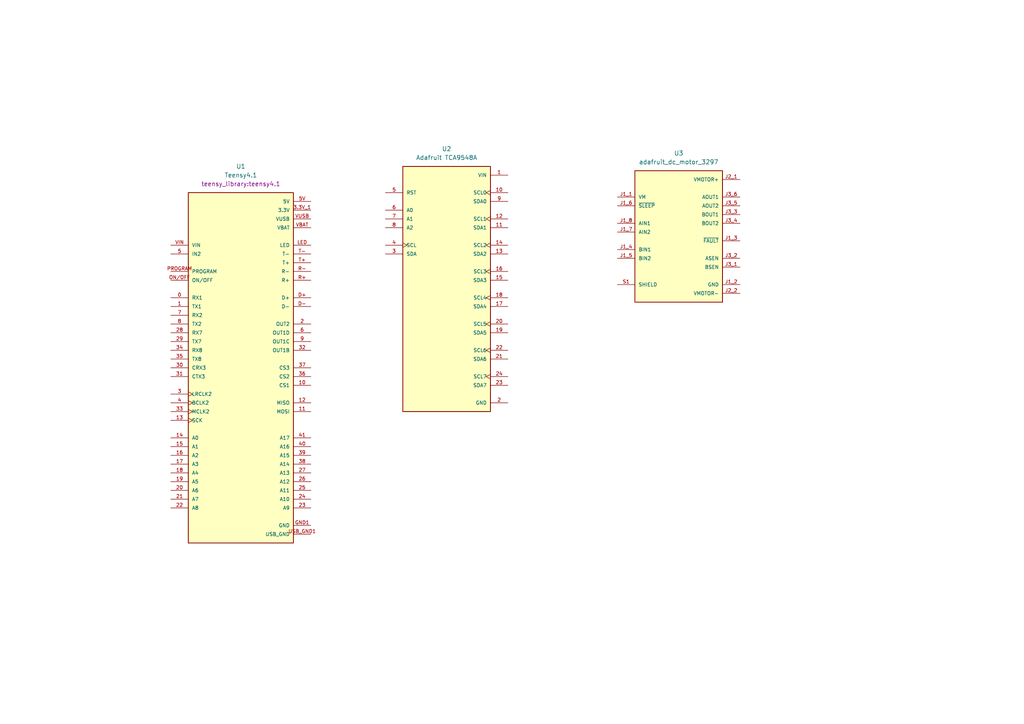
<source format=kicad_sch>
(kicad_sch (version 20250114) (generator "eeschema") (generator_version "9.0")
  (paper "A4")
  (lib_symbols
    (symbol "Interface_Expansion:Adafruit TCA9548A" (pin_names (offset 1.016))
      (property "Reference" "U" (at -12.7 36.322 0))
      (property "Value" "Adafruit TCA9548A" (at -12.7 -38.1 0))
      (symbol "Adafruit TCA9548A_0_0"
        (rectangle (start -12.7 35.56) (end 12.7 -35.56) (stroke (width 0.254)) (fill (type background)))
        (pin input line (at -17.78 27.94 0) (length 5.08) (name "RST") (number "5"))
        (pin input line (at -17.78 22.86 0) (length 5.08) (name "A0") (number "6"))
        (pin input line (at -17.78 20.32 0) (length 5.08) (name "A1") (number "7"))
        (pin input line (at -17.78 17.78 0) (length 5.08) (name "A2") (number "8"))
        (pin input clock (at -17.78 12.7 0) (length 5.08) (name "SCL") (number "4"))
        (pin bidirectional line (at -17.78 10.16 0) (length 5.08) (name "SDA") (number "3"))
        (pin power_in line (at 17.78 33.02 180) (length 5.08) (name "VIN") (number "1"))
        (pin output clock (at 17.78 27.94 180) (length 5.08) (name "SCL0") (number "10"))
        (pin bidirectional line (at 17.78 25.4 180) (length 5.08) (name "SDA0") (number "9"))
        (pin output clock (at 17.78 20.32 180) (length 5.08) (name "SCL1") (number "12"))
        (pin bidirectional line (at 17.78 17.78 180) (length 5.08) (name "SDA1") (number "11"))
        (pin output clock (at 17.78 12.7 180) (length 5.08) (name "SCL2") (number "14"))
        (pin bidirectional line (at 17.78 10.16 180) (length 5.08) (name "SDA2") (number "13"))
        (pin output clock (at 17.78 5.08 180) (length 5.08) (name "SCL3") (number "16"))
        (pin bidirectional line (at 17.78 2.54 180) (length 5.08) (name "SDA3") (number "15"))
        (pin output clock (at 17.78 -2.54 180) (length 5.08) (name "SCL4") (number "18"))
        (pin bidirectional line (at 17.78 -5.08 180) (length 5.08) (name "SDA4") (number "17"))
        (pin output clock (at 17.78 -10.16 180) (length 5.08) (name "SCL5") (number "20"))
        (pin bidirectional line (at 17.78 -12.7 180) (length 5.08) (name "SDA5") (number "19"))
        (pin output clock (at 17.78 -17.78 180) (length 5.08) (name "SCL6") (number "22"))
        (pin bidirectional line (at 17.78 -20.32 180) (length 5.08) (name "SDA6") (number "21"))
        (pin output clock (at 17.78 -25.4 180) (length 5.08) (name "SCL7") (number "24"))
        (pin bidirectional line (at 17.78 -27.94 180) (length 5.08) (name "SDA7") (number "23"))
        (pin power_in line (at 17.78 -33.02 180) (length 5.08) (name "GND") (number "2"))
      )
    )
    (symbol "Teensy:Teensy4.1" (pin_names (offset 1.016))
      (property "Reference" "U" (at -15.24 52.07 0))
      (property "Value" "Teensy4.1" (at -15.24 -53.34 0))
      (property "Footprint" "DEV-16771:MODULE_DEV-16771" (at 0 0 0))
      (symbol "Teensy4.1_0_0"
        (rectangle (start -15.24 50.8) (end 15.24 -50.8) (stroke (width 0.254)) (fill (type background)))
        (pin input line (at -20.32 35.56 0) (length 5.08) (name "VIN") (number "VIN"))
        (pin bidirectional line (at -20.32 33.02 0) (length 5.08) (name "IN2") (number "5"))
        (pin bidirectional line (at -20.32 27.94 0) (length 5.08) (name "PROGRAM") (number "PROGRAM"))
        (pin bidirectional line (at -20.32 25.4 0) (length 5.08) (name "ON/OFF") (number "ON/OFF"))
        (pin bidirectional line (at -20.32 20.32 0) (length 5.08) (name "RX1") (number "0"))
        (pin bidirectional line (at -20.32 17.78 0) (length 5.08) (name "TX1") (number "1"))
        (pin bidirectional line (at -20.32 15.24 0) (length 5.08) (name "RX2") (number "7"))
        (pin bidirectional line (at -20.32 12.7 0) (length 5.08) (name "TX2") (number "8"))
        (pin bidirectional line (at -20.32 10.16 0) (length 5.08) (name "RX7") (number "28"))
        (pin bidirectional line (at -20.32 7.62 0) (length 5.08) (name "TX7") (number "29"))
        (pin bidirectional line (at -20.32 5.08 0) (length 5.08) (name "RX8") (number "34"))
        (pin bidirectional line (at -20.32 2.54 0) (length 5.08) (name "TX8") (number "35"))
        (pin bidirectional line (at -20.32 0 0) (length 5.08) (name "CRX3") (number "30"))
        (pin bidirectional line (at -20.32 -2.54 0) (length 5.08) (name "CTX3") (number "31"))
        (pin bidirectional clock (at -20.32 -7.62 0) (length 5.08) (name "LRCLK2") (number "3"))
        (pin bidirectional clock (at -20.32 -10.16 0) (length 5.08) (name "BCLK2") (number "4"))
        (pin bidirectional clock (at -20.32 -12.7 0) (length 5.08) (name "MCLK2") (number "33"))
        (pin bidirectional clock (at -20.32 -15.24 0) (length 5.08) (name "SCK") (number "13"))
        (pin bidirectional line (at -20.32 -20.32 0) (length 5.08) (name "A0") (number "14"))
        (pin bidirectional line (at -20.32 -22.86 0) (length 5.08) (name "A1") (number "15"))
        (pin bidirectional line (at -20.32 -25.4 0) (length 5.08) (name "A2") (number "16"))
        (pin bidirectional line (at -20.32 -27.94 0) (length 5.08) (name "A3") (number "17"))
        (pin bidirectional line (at -20.32 -30.48 0) (length 5.08) (name "A4") (number "18"))
        (pin bidirectional line (at -20.32 -33.02 0) (length 5.08) (name "A5") (number "19"))
        (pin bidirectional line (at -20.32 -35.56 0) (length 5.08) (name "A6") (number "20"))
        (pin bidirectional line (at -20.32 -38.1 0) (length 5.08) (name "A7") (number "21"))
        (pin bidirectional line (at -20.32 -40.64 0) (length 5.08) (name "A8") (number "22"))
        (pin power_in line (at 20.32 48.26 180) (length 5.08) (name "5V") (number "5V"))
        (pin power_in line (at 20.32 45.72 180) (length 5.08) (name "3.3V") (number "3.3V_1"))
        (pin power_in line (at 20.32 45.72 180) (length 5.08) (hide yes) (name "3.3V") (number "3.3V_2"))
        (pin power_in line (at 20.32 45.72 180) (length 5.08) (hide yes) (name "3.3V") (number "3.3V_3"))
        (pin passive line (at 20.32 43.18 180) (length 5.08) (name "VUSB") (number "VUSB"))
        (pin passive line (at 20.32 40.64 180) (length 5.08) (name "VBAT") (number "VBAT"))
        (pin bidirectional line (at 20.32 35.56 180) (length 5.08) (name "LED") (number "LED"))
        (pin bidirectional line (at 20.32 33.02 180) (length 5.08) (name "T-") (number "T-"))
        (pin bidirectional line (at 20.32 30.48 180) (length 5.08) (name "T+") (number "T+"))
        (pin bidirectional line (at 20.32 27.94 180) (length 5.08) (name "R-") (number "R-"))
        (pin bidirectional line (at 20.32 25.4 180) (length 5.08) (name "R+") (number "R+"))
        (pin bidirectional line (at 20.32 20.32 180) (length 5.08) (name "D+") (number "D+"))
        (pin bidirectional line (at 20.32 17.78 180) (length 5.08) (name "D-") (number "D-"))
        (pin output line (at 20.32 12.7 180) (length 5.08) (name "OUT2") (number "2"))
        (pin output line (at 20.32 10.16 180) (length 5.08) (name "OUT1D") (number "6"))
        (pin output line (at 20.32 7.62 180) (length 5.08) (name "OUT1C") (number "9"))
        (pin output line (at 20.32 5.08 180) (length 5.08) (name "OUT1B") (number "32"))
        (pin bidirectional line (at 20.32 0 180) (length 5.08) (name "CS3") (number "37"))
        (pin bidirectional line (at 20.32 -2.54 180) (length 5.08) (name "CS2") (number "36"))
        (pin bidirectional line (at 20.32 -5.08 180) (length 5.08) (name "CS1") (number "10"))
        (pin bidirectional line (at 20.32 -10.16 180) (length 5.08) (name "MISO") (number "12"))
        (pin bidirectional line (at 20.32 -12.7 180) (length 5.08) (name "MOSI") (number "11"))
        (pin bidirectional line (at 20.32 -20.32 180) (length 5.08) (name "A17") (number "41"))
        (pin bidirectional line (at 20.32 -22.86 180) (length 5.08) (name "A16") (number "40"))
        (pin bidirectional line (at 20.32 -25.4 180) (length 5.08) (name "A15") (number "39"))
        (pin bidirectional line (at 20.32 -27.94 180) (length 5.08) (name "A14") (number "38"))
        (pin bidirectional line (at 20.32 -30.48 180) (length 5.08) (name "A13") (number "27"))
        (pin bidirectional line (at 20.32 -33.02 180) (length 5.08) (name "A12") (number "26"))
        (pin bidirectional line (at 20.32 -35.56 180) (length 5.08) (name "A11") (number "25"))
        (pin bidirectional line (at 20.32 -38.1 180) (length 5.08) (name "A10") (number "24"))
        (pin bidirectional line (at 20.32 -40.64 180) (length 5.08) (name "A9") (number "23"))
        (pin power_in line (at 20.32 -45.72 180) (length 5.08) (name "GND") (number "GND1"))
        (pin power_in line (at 20.32 -45.72 180) (length 5.08) (hide yes) (name "GND") (number "GND2"))
        (pin power_in line (at 20.32 -45.72 180) (length 5.08) (hide yes) (name "GND") (number "GND3"))
        (pin power_in line (at 20.32 -45.72 180) (length 5.08) (hide yes) (name "GND") (number "GND4"))
        (pin power_in line (at 20.32 -45.72 180) (length 5.08) (hide yes) (name "GND") (number "GND5"))
        (pin power_in line (at 20.32 -48.26 180) (length 5.08) (name "USB_GND") (number "USB_GND1"))
        (pin power_in line (at 20.32 -48.26 180) (length 5.08) (hide yes) (name "USB_GND") (number "USB_GND2"))
      )
    )
    (symbol "Teensy:adafruit_dc_motor_3297" (pin_names (offset 1.016))
      (property "Reference" "U" (at -12.7 19.05 0))
      (property "Value" "adafruit_dc_motor_3297" (at -12.7 -21.59 0))
      (symbol "adafruit_dc_motor_3297_0_0"
        (rectangle (start -12.7 -20.32) (end 12.7 17.78) (stroke (width 0.254)) (fill (type background)))
        (pin input line (at -17.78 10.16 0) (length 5.08) (name "VM") (number "J1_1"))
        (pin input line (at -17.78 7.62 0) (length 5.08) (name "~{SLEEP}") (number "J1_6"))
        (pin input line (at -17.78 2.54 0) (length 5.08) (name "AIN1") (number "J1_8"))
        (pin input line (at -17.78 0 0) (length 5.08) (name "AIN2") (number "J1_7"))
        (pin input line (at -17.78 -5.08 0) (length 5.08) (name "BIN1") (number "J1_4"))
        (pin input line (at -17.78 -7.62 0) (length 5.08) (name "BIN2") (number "J1_5"))
        (pin passive line (at -17.78 -15.24 0) (length 5.08) (name "SHIELD") (number "S1"))
        (pin passive line (at -17.78 -15.24 0) (length 5.08) (hide yes) (name "SHIELD") (number "S2"))
        (pin power_in line (at 17.78 15.24 180) (length 5.08) (name "VMOTOR+") (number "J2_1"))
        (pin output line (at 17.78 10.16 180) (length 5.08) (name "AOUT1") (number "J3_6"))
        (pin output line (at 17.78 7.62 180) (length 5.08) (name "AOUT2") (number "J3_5"))
        (pin output line (at 17.78 5.08 180) (length 5.08) (name "BOUT1") (number "J3_3"))
        (pin output line (at 17.78 2.54 180) (length 5.08) (name "BOUT2") (number "J3_4"))
        (pin output line (at 17.78 -2.54 180) (length 5.08) (name "~{FAULT}") (number "J1_3"))
        (pin passive line (at 17.78 -7.62 180) (length 5.08) (name "ASEN") (number "J3_2"))
        (pin passive line (at 17.78 -10.16 180) (length 5.08) (name "BSEN") (number "J3_1"))
        (pin power_in line (at 17.78 -15.24 180) (length 5.08) (name "GND") (number "J1_2"))
        (pin power_in line (at 17.78 -17.78 180) (length 5.08) (name "VMOTOR-") (number "J2_2"))
      )
    )
  )
  (symbol (lib_id "Teensy:adafruit_dc_motor_3297") (at 196.85 67.31 0) (unit 1)
    (property "Reference" "U3" (at 196.85 44.45 0))
    (property "Value" "adafruit_dc_motor_3297" (at 196.85 46.99 0))
    (property "Footprint" "teensy_library:adafruit_dc_motor_3297" (effects (hide yes)))
    (property "DigiKey_Part_Number" "1528-3297-ND" (effects (hide yes)))
    (property "SnapEDA_Link" "https://www.snapeda.com/parts/3297/Adafruit+Industries/view-part/?ref=snap" (effects (hide yes)))
    (property "MAXIMUM_PACKAGE_HEIGHT" "NA" (effects (hide yes)))
    (property "Package" "None" (effects (hide yes)))
    (property "Check_prices" "https://www.snapeda.com/parts/3297/Adafruit+Industries/view-part/?ref=eda" (effects (hide yes)))
    (property "STANDARD" "Manufacturer Recommendations" (effects (hide yes)))
    (property "PARTREV" "2020-11-20" (effects (hide yes)))
    (property "MF" "Adafruit Industries" (effects (hide yes)))
    (property "MP" "3297" (effects (hide yes)))
    (property "Description_1" "DRV8833 - Motor Controller/Driver Power Management Evaluation Board" (effects (hide yes)))
    (property "MANUFACTURER" "Adafruit" (effects (hide yes)))
  )
  (symbol (lib_id "Interface_Expansion:Adafruit TCA9548A") (at 129.54 83.82 0) (unit 1)
    (property "Reference" "U2" (at 129.54 43.18 0))
    (property "Value" "Adafruit TCA9548A" (at 129.54 45.72 0))
    (property "Footprint" "teensy_library:Adafruit TCA9548A" (effects (hide yes)))
    (property "MF" "Adafruit" (effects (hide yes)))
    (property "MAXIMUM_PACKAGE_HEIGHT" "2.7mm" (effects (hide yes)))
    (property "Package" "None" (effects (hide yes)))
    (property "Price" "None" (effects (hide yes)))
    (property "Check_prices" "https://www.snapeda.com/parts/2717/Adafruit+Industries/view-part/?ref=eda" (effects (hide yes)))
    (property "STANDARD" "Manufacturer Recommendations" (effects (hide yes)))
    (property "PARTREV" "Sep 11, 2015" (effects (hide yes)))
    (property "SnapEDA_Link" "https://www.snapeda.com/parts/2717/Adafruit+Industries/view-part/?ref=snap" (effects (hide yes)))
    (property "MP" "2717" (effects (hide yes)))
    (property "Description_1" "Module: multiplexer; I2C interface multiplexer; TCA9548A; 3÷5VDC" (effects (hide yes)))
    (property "MANUFACTURER" "Adafruit" (effects (hide yes)))
    (property "Availability" "In Stock" (effects (hide yes)))
    (property "SNAPEDA_PN" "2717" (effects (hide yes)))
  )
  (symbol (lib_id "Teensy:Teensy4.1") (at 69.85 106.68 0) (unit 1)
    (property "Reference" "U1" (at 69.85 48.26 0))
    (property "Value" "Teensy4.1" (at 69.85 50.8 0))
    (property "Footprint" "teensy_library:teensy4.1" (at 69.85 53.34 0))
    (property "MF" "SparkFun Electronics" (effects (hide yes)))
    (property "MAXIMUM_PACKAGE_HEIGHT" "4.07mm" (effects (hide yes)))
    (property "Package" "None" (effects (hide yes)))
    (property "Price" "None" (effects (hide yes)))
    (property "Check_prices" "https://www.snapeda.com/parts/DEV-16771/SparkFun/view-part/?ref=eda" (effects (hide yes)))
    (property "STANDARD" "Manufacturer recommendations" (effects (hide yes)))
    (property "PARTREV" "4.1" (effects (hide yes)))
    (property "SnapEDA_Link" "https://www.snapeda.com/parts/DEV-16771/SparkFun/view-part/?ref=snap" (effects (hide yes)))
    (property "MP" "DEV-16771" (effects (hide yes)))
    (property "Description_1" "RT1062 Teensy 4.1 series ARM® Cortex®-M7 MPU Embedded Evaluation Board" (effects (hide yes)))
    (property "Availability" "In Stock" (effects (hide yes)))
    (property "MANUFACTURER" "SparkFun Electronics" (effects (hide yes)))
  )
)
</source>
